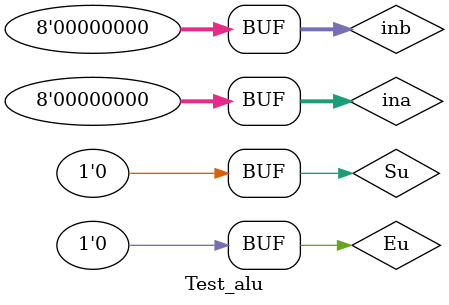
<source format=v>
`timescale 1ns / 1ps


module Test_alu;

	// Inputs
	reg Su;
	reg Eu;
	reg [7:0] ina;
	reg [7:0] inb;

	// Outputs
	wire [7:0] result;

	// Instantiate the Unit Under Test (UUT)
	ALU uut (
		.Su(Su), 
		.Eu(Eu), 
		.ina(ina), 
		.inb(inb), 
		.result(result)
	);

	initial begin
		// Initialize Inputs
		Su = 0;
		Eu = 0;
		ina = 0;
		inb = 0;

		// Wait 100 ns for global reset to finish
		#100;
        
		// Add stimulus here

	end
      
endmodule


</source>
